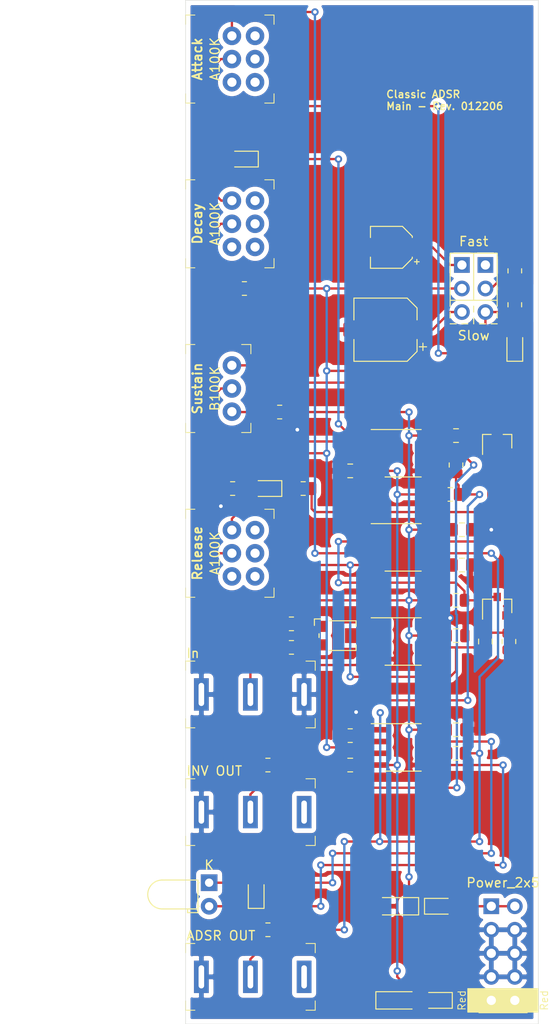
<source format=kicad_pcb>
(kicad_pcb (version 20171130) (host pcbnew "(5.1.10)-1")
  (layers (0 F.Cu signal) (31 B.Cu signal) (34 B.Paste user) (35 F.Paste user) (36 B.SilkS user) (37 F.SilkS user) (38 B.Mask user) (39 F.Mask user) (44 Edge.Cuts user))
  (net 0 "")
  (net 1 +12V)
  (net 2 GND)
  (net 3 -12V)
  (net 4 "Net-(C3-Pad2)")
  (net 5 "Net-(C3-Pad1)")
  (net 6 "Net-(C7-Pad2)")
  (net 7 "Net-(C8-Pad1)")
  (net 8 "Net-(C9-Pad1)")
  (net 9 "Net-(D1-Pad2)")
  (net 10 "Net-(D2-Pad1)")
  (net 11 "Net-(D3-Pad2)")
  (net 12 "Net-(D3-Pad1)")
  (net 13 "Net-(D4-Pad2)")
  (net 14 "Net-(D5-Pad2)")
  (net 15 "Net-(D5-Pad1)")
  (net 16 "Net-(D6-Pad2)")
  (net 17 "Net-(D6-Pad1)")
  (net 18 "Net-(J1-PadT)")
  (net 19 "Net-(J3-PadT)")
  (net 20 "Net-(J4-PadT)")
  (net 21 "Net-(JP1-Pad3)")
  (net 22 "Net-(JP1-Pad2)")
  (net 23 "Net-(P1-PadCW)")
  (net 24 "Net-(P1-PadW)")
  (net 25 "Net-(P1-PadCCW)")
  (net 26 "Net-(P2-PadCCW)")
  (net 27 "Net-(P3-PadW)")
  (net 28 "Net-(P4-PadW)")
  (net 29 "Net-(Q1-Pad3)")
  (net 30 "Net-(Q2-Pad2)")
  (net 31 "Net-(Q2-Pad1)")
  (net 32 "Net-(R1-Pad2)")
  (net 33 "Net-(R2-Pad1)")
  (net 34 "Net-(R11-Pad1)")
  (net 35 "Net-(R12-Pad1)")
  (net 36 "Net-(R15-Pad2)")
  (net 37 "Net-(T1-Pad2)")
  (module Connector_PinHeader_2.54mm:PinHeader_1x03_P2.54mm_Vertical (layer F.Cu) (at 32.385 32.385)
    (fp_text reference JP1 hide)
    (fp_text value SLOW/FAST hide)
    (pad 3 thru_hole oval (at 0 5.08) (size 1.7 1.7) (drill 1) (layers *.Cu *.Mask) (net 21 "Net-(JP1-Pad3)"))
    (pad 2 thru_hole oval (at 0 2.54) (size 1.7 1.7) (drill 1) (layers *.Cu *.Mask) (net 22 "Net-(JP1-Pad2)"))
    (pad 1 thru_hole rect (at 0 0) (size 1.7 1.7) (drill 1) (layers *.Cu *.Mask))
  )
  (module Connector_PinHeader_2.54mm:PinHeader_1x03_P2.54mm_Vertical (layer F.Cu) (at 29.845 32.385)
    (fp_text reference JP2 hide)
    (fp_text value SLOW/FAST hide)
    (pad 3 thru_hole oval (at 0 5.08) (size 1.7 1.7) (drill 1) (layers *.Cu *.Mask) (net 7 "Net-(C8-Pad1)"))
    (pad 2 thru_hole oval (at 0 2.54) (size 1.7 1.7) (drill 1) (layers *.Cu *.Mask) (net 15 "Net-(D5-Pad1)"))
    (pad 1 thru_hole rect (at 0 0) (size 1.7 1.7) (drill 1) (layers *.Cu *.Mask) (net 8 "Net-(C9-Pad1)"))
  )
  (module Capacitor_Tantalum_SMD:CP_EIA-3216-18_Kemet-A (layer F.Cu) (at 22.86 111.76)
    (fp_text reference C12 hide)
    (fp_text value 10µF hide)
    (pad 2 smd roundrect (at 1.35 0) (size 1.4 1.35) (layers F.Cu F.Paste F.Mask) (roundrect_rratio 0.1851844444444445) (net 3 -12V))
    (pad 1 smd roundrect (at -1.35 0) (size 1.4 1.35) (layers F.Cu F.Paste F.Mask) (roundrect_rratio 0.1851844444444445) (net 2 GND))
  )
  (module Capacitor_Tantalum_SMD:CP_EIA-3216-18_Kemet-A (layer F.Cu) (at 22.86 101.6 180)
    (fp_text reference C11 hide)
    (fp_text value 10µF hide)
    (pad 2 smd roundrect (at 1.35 0 180) (size 1.4 1.35) (layers F.Cu F.Paste F.Mask) (roundrect_rratio 0.1851844444444445) (net 2 GND))
    (pad 1 smd roundrect (at -1.35 0 180) (size 1.4 1.35) (layers F.Cu F.Paste F.Mask) (roundrect_rratio 0.1851844444444445) (net 1 +12V))
  )
  (module Potentiometer_SMD:Potentiometer_Bourns_TC33X_Vertical (layer F.Cu) (at 16.51 72.39)
    (fp_text reference T1 hide)
    (fp_text value 20k hide)
    (pad 2 smd rect (at 1.45 0) (size 1.5 1.6) (layers F.Cu F.Paste F.Mask) (net 37 "Net-(T1-Pad2)"))
    (pad 3 smd rect (at -1.8 1) (size 1.2 1.2) (layers F.Cu F.Paste F.Mask) (net 33 "Net-(R2-Pad1)"))
    (pad 1 smd rect (at -1.8 -1) (size 1.2 1.2) (layers F.Cu F.Paste F.Mask) (net 32 "Net-(R1-Pad2)"))
  )
  (module Package_SO:SOP-8_3.9x4.9mm_P1.27mm (layer F.Cu) (at 23.495 62.865)
    (fp_text reference U4 hide)
    (fp_text value ICM7555xB hide)
    (pad 8 smd roundrect (at 2.625 -1.905) (size 1.65 0.6) (layers F.Cu F.Paste F.Mask) (net 1 +12V))
    (pad 7 smd roundrect (at 2.625 -0.635) (size 1.65 0.6) (layers F.Cu F.Paste F.Mask) (net 30 "Net-(Q2-Pad2)"))
    (pad 6 smd roundrect (at 2.625 0.635) (size 1.65 0.6) (layers F.Cu F.Paste F.Mask) (net 35 "Net-(R12-Pad1)"))
    (pad 5 smd roundrect (at 2.625 1.905) (size 1.65 0.6) (layers F.Cu F.Paste F.Mask) (net 6 "Net-(C7-Pad2)"))
    (pad 4 smd roundrect (at -2.625 1.905) (size 1.65 0.6) (layers F.Cu F.Paste F.Mask) (net 4 "Net-(C3-Pad2)"))
    (pad 3 smd roundrect (at -2.625 0.635) (size 1.65 0.6) (layers F.Cu F.Paste F.Mask) (net 26 "Net-(P2-PadCCW)"))
    (pad 2 smd roundrect (at -2.625 -0.635) (size 1.65 0.6) (layers F.Cu F.Paste F.Mask) (net 29 "Net-(Q1-Pad3)"))
    (pad 1 smd roundrect (at -2.625 -1.905) (size 1.65 0.6) (layers F.Cu F.Paste F.Mask) (net 2 GND))
  )
  (module Package_SO:SOIC-8_3.9x4.9mm_P1.27mm (layer F.Cu) (at 23.495 84.455)
    (fp_text reference U3 hide)
    (fp_text value TL072 hide)
    (pad 8 smd roundrect (at 2.475 -1.905) (size 1.95 0.6) (layers F.Cu F.Paste F.Mask) (net 1 +12V))
    (pad 7 smd roundrect (at 2.475 -0.635) (size 1.95 0.6) (layers F.Cu F.Paste F.Mask) (net 16 "Net-(D6-Pad2)"))
    (pad 6 smd roundrect (at 2.475 0.635) (size 1.95 0.6) (layers F.Cu F.Paste F.Mask) (net 17 "Net-(D6-Pad1)"))
    (pad 5 smd roundrect (at 2.475 1.905) (size 1.95 0.6) (layers F.Cu F.Paste F.Mask) (net 2 GND))
    (pad 4 smd roundrect (at -2.475 1.905) (size 1.95 0.6) (layers F.Cu F.Paste F.Mask) (net 3 -12V))
    (pad 3 smd roundrect (at -2.475 0.635) (size 1.95 0.6) (layers F.Cu F.Paste F.Mask) (net 15 "Net-(D5-Pad1)"))
    (pad 2 smd roundrect (at -2.475 -0.635) (size 1.95 0.6) (layers F.Cu F.Paste F.Mask) (net 35 "Net-(R12-Pad1)"))
    (pad 1 smd roundrect (at -2.475 -1.905) (size 1.95 0.6) (layers F.Cu F.Paste F.Mask) (net 35 "Net-(R12-Pad1)"))
  )
  (module Package_SO:SOIC-8_3.9x4.9mm_P1.27mm (layer F.Cu) (at 23.495 52.705)
    (fp_text reference U2 hide)
    (fp_text value TL072 hide)
    (pad 8 smd roundrect (at 2.475 -1.905) (size 1.95 0.6) (layers F.Cu F.Paste F.Mask) (net 1 +12V))
    (pad 7 smd roundrect (at 2.475 -0.635) (size 1.95 0.6) (layers F.Cu F.Paste F.Mask) (net 36 "Net-(R15-Pad2)"))
    (pad 6 smd roundrect (at 2.475 0.635) (size 1.95 0.6) (layers F.Cu F.Paste F.Mask) (net 34 "Net-(R11-Pad1)"))
    (pad 5 smd roundrect (at 2.475 1.905) (size 1.95 0.6) (layers F.Cu F.Paste F.Mask) (net 2 GND))
    (pad 4 smd roundrect (at -2.475 1.905) (size 1.95 0.6) (layers F.Cu F.Paste F.Mask) (net 3 -12V))
    (pad 3 smd roundrect (at -2.475 0.635) (size 1.95 0.6) (layers F.Cu F.Paste F.Mask) (net 24 "Net-(P1-PadW)"))
    (pad 2 smd roundrect (at -2.475 -0.635) (size 1.95 0.6) (layers F.Cu F.Paste F.Mask) (net 12 "Net-(D3-Pad1)"))
    (pad 1 smd roundrect (at -2.475 -1.905) (size 1.95 0.6) (layers F.Cu F.Paste F.Mask) (net 12 "Net-(D3-Pad1)"))
  )
  (module Package_SO:SOIC-8_3.9x4.9mm_P1.27mm (layer F.Cu) (at 23.495 73.025)
    (fp_text reference U1 hide)
    (fp_text value OP07 hide)
    (pad 8 smd roundrect (at 2.475 -1.905) (size 1.95 0.6) (layers F.Cu F.Paste F.Mask))
    (pad 7 smd roundrect (at 2.475 -0.635) (size 1.95 0.6) (layers F.Cu F.Paste F.Mask) (net 1 +12V))
    (pad 6 smd roundrect (at 2.475 0.635) (size 1.95 0.6) (layers F.Cu F.Paste F.Mask) (net 4 "Net-(C3-Pad2)"))
    (pad 5 smd roundrect (at 2.475 1.905) (size 1.95 0.6) (layers F.Cu F.Paste F.Mask))
    (pad 4 smd roundrect (at -2.475 1.905) (size 1.95 0.6) (layers F.Cu F.Paste F.Mask) (net 2 GND))
    (pad 3 smd roundrect (at -2.475 0.635) (size 1.95 0.6) (layers F.Cu F.Paste F.Mask) (net 18 "Net-(J1-PadT)"))
    (pad 2 smd roundrect (at -2.475 -0.635) (size 1.95 0.6) (layers F.Cu F.Paste F.Mask) (net 37 "Net-(T1-Pad2)"))
    (pad 1 smd roundrect (at -2.475 -1.905) (size 1.95 0.6) (layers F.Cu F.Paste F.Mask))
  )
  (module Resistor_SMD:R_0805_2012Metric (layer F.Cu) (at 8.89 86.36)
    (fp_text reference R16 hide)
    (fp_text value 1k hide)
    (pad 2 smd roundrect (at 0.9125 0) (size 1.025 1.4) (layers F.Cu F.Paste F.Mask) (roundrect_rratio 0.2439014634146341) (net 36 "Net-(R15-Pad2)"))
    (pad 1 smd roundrect (at -0.9125 0) (size 1.025 1.4) (layers F.Cu F.Paste F.Mask) (roundrect_rratio 0.2439014634146341) (net 20 "Net-(J4-PadT)"))
  )
  (module Resistor_SMD:R_0805_2012Metric (layer F.Cu) (at 29.21 53.975 90)
    (fp_text reference R15 hide)
    (fp_text value 100k hide)
    (pad 2 smd roundrect (at 0.9125 0 90) (size 1.025 1.4) (layers F.Cu F.Paste F.Mask) (roundrect_rratio 0.2439014634146341) (net 36 "Net-(R15-Pad2)"))
    (pad 1 smd roundrect (at -0.9125 0 90) (size 1.025 1.4) (layers F.Cu F.Paste F.Mask) (roundrect_rratio 0.2439014634146341) (net 34 "Net-(R11-Pad1)"))
  )
  (module Resistor_SMD:R_0805_2012Metric (layer F.Cu) (at 29.21 85.09)
    (fp_text reference R14 hide)
    (fp_text value 2.4k hide)
    (pad 2 smd roundrect (at 0.9125 0) (size 1.025 1.4) (layers F.Cu F.Paste F.Mask) (roundrect_rratio 0.2439014634146341) (net 35 "Net-(R12-Pad1)"))
    (pad 1 smd roundrect (at -0.9125 0) (size 1.025 1.4) (layers F.Cu F.Paste F.Mask) (roundrect_rratio 0.2439014634146341) (net 17 "Net-(D6-Pad1)"))
  )
  (module Resistor_SMD:R_0805_2012Metric (layer F.Cu) (at 8.89 104.14)
    (fp_text reference R13 hide)
    (fp_text value 1k hide)
    (pad 2 smd roundrect (at 0.9125 0) (size 1.025 1.4) (layers F.Cu F.Paste F.Mask) (roundrect_rratio 0.2439014634146341) (net 35 "Net-(R12-Pad1)"))
    (pad 1 smd roundrect (at -0.9125 0) (size 1.025 1.4) (layers F.Cu F.Paste F.Mask) (roundrect_rratio 0.2439014634146341) (net 19 "Net-(J3-PadT)"))
  )
  (module Resistor_SMD:R_0805_2012Metric (layer F.Cu) (at 17.78 83.185 180)
    (fp_text reference R12 hide)
    (fp_text value 100k hide)
    (pad 2 smd roundrect (at 0.9125 0 180) (size 1.025 1.4) (layers F.Cu F.Paste F.Mask) (roundrect_rratio 0.2439014634146341) (net 34 "Net-(R11-Pad1)"))
    (pad 1 smd roundrect (at -0.9125 0 180) (size 1.025 1.4) (layers F.Cu F.Paste F.Mask) (roundrect_rratio 0.2439014634146341) (net 35 "Net-(R12-Pad1)"))
  )
  (module Resistor_SMD:R_0805_2012Metric (layer F.Cu) (at 28.575 57.15 180)
    (fp_text reference R11 hide)
    (fp_text value 120k hide)
    (pad 2 smd roundrect (at 0.9125 0 180) (size 1.025 1.4) (layers F.Cu F.Paste F.Mask) (roundrect_rratio 0.2439014634146341) (net 3 -12V))
    (pad 1 smd roundrect (at -0.9125 0 180) (size 1.025 1.4) (layers F.Cu F.Paste F.Mask) (roundrect_rratio 0.2439014634146341) (net 34 "Net-(R11-Pad1)"))
  )
  (module Resistor_SMD:R_0805_2012Metric (layer F.Cu) (at 5.08 56.515 180)
    (fp_text reference R10 hide)
    (fp_text value 100 hide)
    (pad 2 smd roundrect (at 0.9125 0 180) (size 1.025 1.4) (layers F.Cu F.Paste F.Mask) (roundrect_rratio 0.2439014634146341) (net 28 "Net-(P4-PadW)"))
    (pad 1 smd roundrect (at -0.9125 0 180) (size 1.025 1.4) (layers F.Cu F.Paste F.Mask) (roundrect_rratio 0.2439014634146341) (net 15 "Net-(D5-Pad1)"))
  )
  (module Resistor_SMD:R_0805_2012Metric (layer F.Cu) (at 35.56 33.02 90)
    (fp_text reference R9 hide)
    (fp_text value 120 hide)
    (pad 2 smd roundrect (at 0.9125 0 90) (size 1.025 1.4) (layers F.Cu F.Paste F.Mask) (roundrect_rratio 0.2439014634146341) (net 22 "Net-(JP1-Pad2)"))
    (pad 1 smd roundrect (at -0.9125 0 90) (size 1.025 1.4) (layers F.Cu F.Paste F.Mask) (roundrect_rratio 0.2439014634146341) (net 14 "Net-(D5-Pad2)"))
  )
  (module Resistor_SMD:R_0805_2012Metric (layer F.Cu) (at 35.56 36.68 270)
    (fp_text reference R8 hide)
    (fp_text value 680 hide)
    (pad 2 smd roundrect (at 0.9125 0 270) (size 1.025 1.4) (layers F.Cu F.Paste F.Mask) (roundrect_rratio 0.2439014634146341) (net 21 "Net-(JP1-Pad3)"))
    (pad 1 smd roundrect (at -0.9125 0 270) (size 1.025 1.4) (layers F.Cu F.Paste F.Mask) (roundrect_rratio 0.2439014634146341) (net 14 "Net-(D5-Pad2)"))
  )
  (module Resistor_SMD:R_0805_2012Metric (layer F.Cu) (at 6.35 34.925 180)
    (fp_text reference R7 hide)
    (fp_text value 100 hide)
    (pad 2 smd roundrect (at 0.9125 0 180) (size 1.025 1.4) (layers F.Cu F.Paste F.Mask) (roundrect_rratio 0.2439014634146341) (net 27 "Net-(P3-PadW)"))
    (pad 1 smd roundrect (at -0.9125 0 180) (size 1.025 1.4) (layers F.Cu F.Paste F.Mask) (roundrect_rratio 0.2439014634146341) (net 15 "Net-(D5-Pad1)"))
  )
  (module Resistor_SMD:R_0805_2012Metric (layer F.Cu) (at 10.16 48.26 180)
    (fp_text reference R6 hide)
    (fp_text value 4.7k hide)
    (pad 2 smd roundrect (at 0.9125 0 180) (size 1.025 1.4) (layers F.Cu F.Paste F.Mask) (roundrect_rratio 0.2439014634146341) (net 23 "Net-(P1-PadCW)"))
    (pad 1 smd roundrect (at -0.9125 0 180) (size 1.025 1.4) (layers F.Cu F.Paste F.Mask) (roundrect_rratio 0.2439014634146341) (net 1 +12V))
  )
  (module Resistor_SMD:R_0805_2012Metric (layer F.Cu) (at 12.7 56.515 180)
    (fp_text reference R5 hide)
    (fp_text value 1M hide)
    (pad 2 smd roundrect (at 0.9125 0 180) (size 1.025 1.4) (layers F.Cu F.Paste F.Mask) (roundrect_rratio 0.2439014634146341) (net 4 "Net-(C3-Pad2)"))
    (pad 1 smd roundrect (at -0.9125 0 180) (size 1.025 1.4) (layers F.Cu F.Paste F.Mask) (roundrect_rratio 0.2439014634146341) (net 31 "Net-(Q2-Pad1)"))
  )
  (module Resistor_SMD:R_0805_2012Metric (layer F.Cu) (at 29.21 68.58)
    (fp_text reference R4 hide)
    (fp_text value 22k hide)
    (pad 2 smd roundrect (at 0.9125 0) (size 1.025 1.4) (layers F.Cu F.Paste F.Mask) (roundrect_rratio 0.2439014634146341) (net 29 "Net-(Q1-Pad3)"))
    (pad 1 smd roundrect (at -0.9125 0) (size 1.025 1.4) (layers F.Cu F.Paste F.Mask) (roundrect_rratio 0.2439014634146341) (net 1 +12V))
  )
  (module Resistor_SMD:R_0805_2012Metric (layer F.Cu) (at 34.925 73.025 270)
    (fp_text reference R3 hide)
    (fp_text value 22k hide)
    (pad 2 smd roundrect (at 0.9125 0 270) (size 1.025 1.4) (layers F.Cu F.Paste F.Mask) (roundrect_rratio 0.2439014634146341) (net 2 GND))
    (pad 1 smd roundrect (at -0.9125 0 270) (size 1.025 1.4) (layers F.Cu F.Paste F.Mask) (roundrect_rratio 0.2439014634146341) (net 5 "Net-(C3-Pad1)"))
  )
  (module Resistor_SMD:R_0805_2012Metric (layer F.Cu) (at 11.43 73.66 180)
    (fp_text reference R2 hide)
    (fp_text value 10k hide)
    (pad 2 smd roundrect (at 0.9125 0 180) (size 1.025 1.4) (layers F.Cu F.Paste F.Mask) (roundrect_rratio 0.2439014634146341) (net 2 GND))
    (pad 1 smd roundrect (at -0.9125 0 180) (size 1.025 1.4) (layers F.Cu F.Paste F.Mask) (roundrect_rratio 0.2439014634146341) (net 33 "Net-(R2-Pad1)"))
  )
  (module Resistor_SMD:R_0805_2012Metric (layer F.Cu) (at 11.43 71.12)
    (fp_text reference R1 hide)
    (fp_text value 27k hide)
    (pad 2 smd roundrect (at 0.9125 0) (size 1.025 1.4) (layers F.Cu F.Paste F.Mask) (roundrect_rratio 0.2439014634146341) (net 32 "Net-(R1-Pad2)"))
    (pad 1 smd roundrect (at -0.9125 0) (size 1.025 1.4) (layers F.Cu F.Paste F.Mask) (roundrect_rratio 0.2439014634146341) (net 1 +12V))
  )
  (module Package_TO_SOT_SMD:SOT-23 (layer F.Cu) (at 33.655 51.435 90)
    (fp_text reference Q2 hide)
    (fp_text value 2N7002 hide)
    (pad 3 smd rect (at 1 0 90) (size 0.9 0.8) (layers F.Cu F.Paste F.Mask) (net 25 "Net-(P1-PadCCW)"))
    (pad 2 smd rect (at -1 0.95 90) (size 0.9 0.8) (layers F.Cu F.Paste F.Mask) (net 30 "Net-(Q2-Pad2)"))
    (pad 1 smd rect (at -1 -0.95 90) (size 0.9 0.8) (layers F.Cu F.Paste F.Mask) (net 31 "Net-(Q2-Pad1)"))
  )
  (module Package_TO_SOT_SMD:SOT-23 (layer F.Cu) (at 33.655 69.215 90)
    (fp_text reference Q1 hide)
    (fp_text value MMBT3904 hide)
    (pad 3 smd rect (at 1 0 90) (size 0.9 0.8) (layers F.Cu F.Paste F.Mask) (net 29 "Net-(Q1-Pad3)"))
    (pad 2 smd rect (at -1 0.95 90) (size 0.9 0.8) (layers F.Cu F.Paste F.Mask) (net 2 GND))
    (pad 1 smd rect (at -1 -0.95 90) (size 0.9 0.8) (layers F.Cu F.Paste F.Mask) (net 5 "Net-(C3-Pad1)"))
  )
  (module Potentiometer_THT_Additional:Potentiometer_AlpsAlpine_RK09712200_Solo (layer F.Cu) (at 0 63.5 270)
    (fp_text reference P4 hide)
    (fp_text value A100K (at 0 -3.175 90) (layer F.SilkS))
    (pad "" thru_hole circle (at 0 -7.5 270) (size 2 2) (drill 1) (layers *.Cu *.Mask))
    (pad "" thru_hole circle (at -2.5 -7.5 270) (size 2 2) (drill 1) (layers *.Cu *.Mask))
    (pad "" thru_hole circle (at 2.5 -7.5 270) (size 2 2) (drill 1) (layers *.Cu *.Mask))
    (pad CW thru_hole circle (at 2.5 -5 270) (size 2 2) (drill 1) (layers *.Cu *.Mask))
    (pad W thru_hole circle (at 0 -5 270) (size 2 2) (drill 1) (layers *.Cu *.Mask) (net 28 "Net-(P4-PadW)"))
    (pad CCW thru_hole circle (at -2.5 -5 270) (size 2 2) (drill 1) (layers *.Cu *.Mask) (net 13 "Net-(D4-Pad2)"))
  )
  (module Potentiometer_THT_Additional:Potentiometer_AlpsAlpine_RK09712200_Solo (layer F.Cu) (at 0 27.94 270)
    (fp_text reference P3 hide)
    (fp_text value A100K (at 0 -3.175 90) (layer F.SilkS))
    (pad "" thru_hole circle (at 0 -7.5 270) (size 2 2) (drill 1) (layers *.Cu *.Mask))
    (pad "" thru_hole circle (at -2.5 -7.5 270) (size 2 2) (drill 1) (layers *.Cu *.Mask))
    (pad "" thru_hole circle (at 2.5 -7.5 270) (size 2 2) (drill 1) (layers *.Cu *.Mask))
    (pad CW thru_hole circle (at 2.5 -5 270) (size 2 2) (drill 1) (layers *.Cu *.Mask))
    (pad W thru_hole circle (at 0 -5 270) (size 2 2) (drill 1) (layers *.Cu *.Mask) (net 27 "Net-(P3-PadW)"))
    (pad CCW thru_hole circle (at -2.5 -5 270) (size 2 2) (drill 1) (layers *.Cu *.Mask) (net 11 "Net-(D3-Pad2)"))
  )
  (module Potentiometer_THT_Additional:Potentiometer_AlpsAlpine_RK09712200_Solo (layer F.Cu) (at 0 10.16 270)
    (fp_text reference P2 hide)
    (fp_text value A100K (at 0 -3.175 90) (layer F.SilkS))
    (pad "" thru_hole circle (at 0 -7.5 270) (size 2 2) (drill 1) (layers *.Cu *.Mask))
    (pad "" thru_hole circle (at -2.5 -7.5 270) (size 2 2) (drill 1) (layers *.Cu *.Mask))
    (pad "" thru_hole circle (at 2.5 -7.5 270) (size 2 2) (drill 1) (layers *.Cu *.Mask))
    (pad CW thru_hole circle (at 2.5 -5 270) (size 2 2) (drill 1) (layers *.Cu *.Mask))
    (pad W thru_hole circle (at 0 -5 270) (size 2 2) (drill 1) (layers *.Cu *.Mask) (net 21 "Net-(JP1-Pad3)"))
    (pad CCW thru_hole circle (at -2.5 -5 270) (size 2 2) (drill 1) (layers *.Cu *.Mask) (net 26 "Net-(P2-PadCCW)"))
  )
  (module Potentiometer_THT_Additional:Potentiometer_AlpsAlpine_RK0971110 (layer F.Cu) (at 0 45.72 270)
    (fp_text reference P1 hide)
    (fp_text value B100K (at 0 -3.175 90) (layer F.SilkS))
    (pad CW thru_hole circle (at 2.5 -5 270) (size 2 2) (drill 1) (layers *.Cu *.Mask) (net 23 "Net-(P1-PadCW)"))
    (pad W thru_hole circle (at 0 -5 270) (size 2 2) (drill 1) (layers *.Cu *.Mask) (net 24 "Net-(P1-PadW)"))
    (pad CCW thru_hole circle (at -2.5 -5 270) (size 2 2) (drill 1) (layers *.Cu *.Mask) (net 25 "Net-(P1-PadCCW)"))
  )
  (module Connector_Audio_QingPu:Jack_3.5mm_QingPu_WQP-PJ323M (layer F.Cu) (at 0 91.44)
    (fp_text reference J4 hide)
    (fp_text value "INV OUT" (at 0 -4.445) (layer F.SilkS) (effects (justify left)))
    (pad TN thru_hole rect (at 12.8 0) (size 1.6 3.5) (drill oval 0.6 2.5) (layers *.Cu *.Mask))
    (pad T thru_hole rect (at 7 0) (size 1.6 3.5) (drill oval 0.6 2.5) (layers *.Cu *.Mask) (net 20 "Net-(J4-PadT)"))
    (pad S thru_hole rect (at 1.7 0) (size 1.6 3.5) (drill oval 0.6 2.5) (layers *.Cu *.Mask) (net 2 GND))
  )
  (module Connector_Audio_QingPu:Jack_3.5mm_QingPu_WQP-PJ323M (layer F.Cu) (at 0 109.22)
    (fp_text reference J3 hide)
    (fp_text value "ADSR OUT" (at 0 -4.445) (layer F.SilkS) (effects (justify left)))
    (pad TN thru_hole rect (at 12.8 0) (size 1.6 3.5) (drill oval 0.6 2.5) (layers *.Cu *.Mask))
    (pad T thru_hole rect (at 7 0) (size 1.6 3.5) (drill oval 0.6 2.5) (layers *.Cu *.Mask) (net 19 "Net-(J3-PadT)"))
    (pad S thru_hole rect (at 1.7 0) (size 1.6 3.5) (drill oval 0.6 2.5) (layers *.Cu *.Mask) (net 2 GND))
  )
  (module CATs_Eurosynth_Specials:Power_2x5_Vertical (layer F.Cu) (at 33.02 101.6)
    (fp_text reference J2 hide)
    (fp_text value Power_2x5 (at 1.27 -2.54) (layer F.SilkS))
    (fp_text user Red (at -3.175 10.16 90) (layer F.SilkS) (effects (font (size 0.8 0.8) (thickness 0.1))))
    (fp_text user Red (at 5.715 10.16 90) (layer F.SilkS) (effects (font (size 0.8 0.8) (thickness 0.1))))
    (pad -12V thru_hole oval (at 2.54 10.16) (size 1.7 1.7) (drill 1) (layers *.Cu *.Mask) (net 10 "Net-(D2-Pad1)"))
    (pad -12V thru_hole oval (at 0 10.16) (size 1.7 1.7) (drill 1) (layers *.Cu *.Mask) (net 10 "Net-(D2-Pad1)"))
    (pad GND thru_hole oval (at 2.54 7.62) (size 1.7 1.7) (drill 1) (layers *.Cu *.Mask) (net 2 GND))
    (pad GND thru_hole oval (at 0 7.62) (size 1.7 1.7) (drill 1) (layers *.Cu *.Mask) (net 2 GND))
    (pad GND thru_hole oval (at 2.54 5.08) (size 1.7 1.7) (drill 1) (layers *.Cu *.Mask) (net 2 GND))
    (pad GND thru_hole oval (at 0 5.08) (size 1.7 1.7) (drill 1) (layers *.Cu *.Mask) (net 2 GND))
    (pad GND thru_hole oval (at 2.54 2.54) (size 1.7 1.7) (drill 1) (layers *.Cu *.Mask) (net 2 GND))
    (pad GND thru_hole oval (at 0 2.54) (size 1.7 1.7) (drill 1) (layers *.Cu *.Mask) (net 2 GND))
    (pad +12V thru_hole oval (at 2.54 0) (size 1.7 1.7) (drill 1) (layers *.Cu *.Mask) (net 9 "Net-(D1-Pad2)"))
    (pad +12V thru_hole rect (at 0 0) (size 1.7 1.7) (drill 1) (layers *.Cu *.Mask) (net 9 "Net-(D1-Pad2)"))
  )
  (module Connector_Audio_QingPu:Jack_3.5mm_QingPu_WQP-PJ323M (layer F.Cu) (at 0 78.74)
    (fp_text reference J1 hide)
    (fp_text value In (at 0 -4.445) (layer F.SilkS) (effects (justify left)))
    (pad TN thru_hole rect (at 12.8 0) (size 1.6 3.5) (drill oval 0.6 2.5) (layers *.Cu *.Mask) (net 2 GND))
    (pad T thru_hole rect (at 7 0) (size 1.6 3.5) (drill oval 0.6 2.5) (layers *.Cu *.Mask) (net 18 "Net-(J1-PadT)"))
    (pad S thru_hole rect (at 1.7 0) (size 1.6 3.5) (drill oval 0.6 2.5) (layers *.Cu *.Mask) (net 2 GND))
  )
  (module LED_THT:LED_D3.0mm_Horizontal_O1.27mm_Z6.0mm (layer F.Cu) (at 2.54 99.06 270)
    (fp_text reference D7 hide)
    (fp_text value LED hide)
    (pad 2 thru_hole circle (at 2.54 0 270) (size 1.8 1.8) (drill 0.9) (layers *.Cu *.Mask) (net 17 "Net-(D6-Pad1)"))
    (pad 1 thru_hole rect (at 0 0 270) (size 1.8 1.8) (drill 0.9) (layers *.Cu *.Mask) (net 16 "Net-(D6-Pad2)"))
  )
  (module Diode_SMD:D_SOD-323F (layer F.Cu) (at 7.62 100.33 90)
    (fp_text reference D6 hide)
    (fp_text value 1N4148WS hide)
    (pad 2 smd rect (at 1.1 0 90) (size 0.5 0.5) (layers F.Cu F.Paste F.Mask) (net 16 "Net-(D6-Pad2)"))
    (pad 1 smd rect (at -1.1 0 90) (size 0.5 0.5) (layers F.Cu F.Paste F.Mask) (net 17 "Net-(D6-Pad1)"))
  )
  (module Diode_SMD:D_SOD-323F (layer F.Cu) (at 35.56 41.275 90)
    (fp_text reference D5 hide)
    (fp_text value 1N4148WS hide)
    (pad 2 smd rect (at 1.1 0 90) (size 0.5 0.5) (layers F.Cu F.Paste F.Mask) (net 14 "Net-(D5-Pad2)"))
    (pad 1 smd rect (at -1.1 0 90) (size 0.5 0.5) (layers F.Cu F.Paste F.Mask) (net 15 "Net-(D5-Pad1)"))
  )
  (module Diode_SMD:D_SOD-323F (layer F.Cu) (at 8.89 56.515 180)
    (fp_text reference D4 hide)
    (fp_text value 1N4148WS hide)
    (pad 2 smd rect (at 1.1 0 180) (size 0.5 0.5) (layers F.Cu F.Paste F.Mask) (net 13 "Net-(D4-Pad2)"))
    (pad 1 smd rect (at -1.1 0 180) (size 0.5 0.5) (layers F.Cu F.Paste F.Mask) (net 4 "Net-(C3-Pad2)"))
  )
  (module Diode_SMD:D_SOD-323F (layer F.Cu) (at 6.35 20.955 180)
    (fp_text reference D3 hide)
    (fp_text value 1N4148WS hide)
    (pad 2 smd rect (at 1.1 0 180) (size 0.5 0.5) (layers F.Cu F.Paste F.Mask) (net 11 "Net-(D3-Pad2)"))
    (pad 1 smd rect (at -1.1 0 180) (size 0.5 0.5) (layers F.Cu F.Paste F.Mask) (net 12 "Net-(D3-Pad1)"))
  )
  (module Diode_SMD:D_SOD-323 (layer F.Cu) (at 27.305 111.76 180)
    (fp_text reference D2 hide)
    (fp_text value 1N5819WS hide)
    (pad 2 smd rect (at 1.05 0 180) (size 0.6 0.45) (layers F.Cu F.Paste F.Mask) (net 3 -12V))
    (pad 1 smd rect (at -1.05 0 180) (size 0.6 0.45) (layers F.Cu F.Paste F.Mask) (net 10 "Net-(D2-Pad1)"))
  )
  (module Diode_SMD:D_SOD-323 (layer F.Cu) (at 27.305 101.6)
    (fp_text reference D1 hide)
    (fp_text value 1N5819WS hide)
    (pad 2 smd rect (at 1.05 0) (size 0.6 0.45) (layers F.Cu F.Paste F.Mask) (net 9 "Net-(D1-Pad2)"))
    (pad 1 smd rect (at -1.05 0) (size 0.6 0.45) (layers F.Cu F.Paste F.Mask) (net 1 +12V))
  )
  (module Capacitor_SMD:C_0805_2012Metric (layer F.Cu) (at 29.845 60.96 180)
    (fp_text reference C10 hide)
    (fp_text value 100n hide)
    (pad 2 smd roundrect (at 0.95 0 180) (size 1 1.45) (layers F.Cu F.Paste F.Mask) (net 1 +12V))
    (pad 1 smd roundrect (at -0.95 0 180) (size 1 1.45) (layers F.Cu F.Paste F.Mask) (net 2 GND))
  )
  (module Capacitor_SMD:CP_Elec_4x5.4 (layer F.Cu) (at 22.225 30.48 180)
    (fp_text reference C9 hide)
    (fp_text value 10µ hide)
    (pad 2 smd roundrect (at 1.8 0 180) (size 2.6 1.6) (layers F.Cu F.Paste F.Mask) (roundrect_rratio 0.15625) (net 2 GND))
    (pad 1 smd roundrect (at -1.8 0 180) (size 2.6 1.6) (layers F.Cu F.Paste F.Mask) (roundrect_rratio 0.15625) (net 8 "Net-(C9-Pad1)"))
  )
  (module Capacitor_SMD:CP_Elec_6.3x5.4 (layer F.Cu) (at 21.59 39.37 180)
    (fp_text reference C8 hide)
    (fp_text value 100µ hide)
    (pad 2 smd roundrect (at 2.8 0 180) (size 3.5 1.6) (layers F.Cu F.Paste F.Mask) (roundrect_rratio 0.15625) (net 2 GND))
    (pad 1 smd roundrect (at -2.8 0 180) (size 3.5 1.6) (layers F.Cu F.Paste F.Mask) (roundrect_rratio 0.15625) (net 7 "Net-(C8-Pad1)"))
  )
  (module Capacitor_SMD:C_0805_2012Metric (layer F.Cu) (at 29.845 64.77 180)
    (fp_text reference C7 hide)
    (fp_text value 10n hide)
    (pad 2 smd roundrect (at 0.95 0 180) (size 1 1.45) (layers F.Cu F.Paste F.Mask) (net 6 "Net-(C7-Pad2)"))
    (pad 1 smd roundrect (at -0.95 0 180) (size 1 1.45) (layers F.Cu F.Paste F.Mask) (net 2 GND))
  )
  (module Capacitor_SMD:C_0805_2012Metric (layer F.Cu) (at 29.21 72.39 180)
    (fp_text reference C6 hide)
    (fp_text value 100n hide)
    (pad 2 smd roundrect (at 0.95 0 180) (size 1 1.45) (layers F.Cu F.Paste F.Mask) (net 1 +12V))
    (pad 1 smd roundrect (at -0.95 0 180) (size 1 1.45) (layers F.Cu F.Paste F.Mask) (net 2 GND))
  )
  (module Capacitor_SMD:C_0805_2012Metric (layer F.Cu) (at 17.78 86.36 180)
    (fp_text reference C5 hide)
    (fp_text value 100n hide)
    (pad 2 smd roundrect (at 0.95 0 180) (size 1 1.45) (layers F.Cu F.Paste F.Mask) (net 2 GND))
    (pad 1 smd roundrect (at -0.95 0 180) (size 1 1.45) (layers F.Cu F.Paste F.Mask) (net 3 -12V))
  )
  (module Capacitor_SMD:C_0805_2012Metric (layer F.Cu) (at 29.21 82.55 180)
    (fp_text reference C4 hide)
    (fp_text value 100n hide)
    (pad 2 smd roundrect (at 0.95 0 180) (size 1 1.45) (layers F.Cu F.Paste F.Mask) (net 1 +12V))
    (pad 1 smd roundrect (at -0.95 0 180) (size 1 1.45) (layers F.Cu F.Paste F.Mask) (net 2 GND))
  )
  (module Capacitor_SMD:C_0805_2012Metric (layer F.Cu) (at 32.385 73.025 270)
    (fp_text reference C3 hide)
    (fp_text value 10n hide)
    (pad 2 smd roundrect (at 0.95 0 270) (size 1 1.45) (layers F.Cu F.Paste F.Mask) (net 4 "Net-(C3-Pad2)"))
    (pad 1 smd roundrect (at -0.95 0 270) (size 1 1.45) (layers F.Cu F.Paste F.Mask) (net 5 "Net-(C3-Pad1)"))
  )
  (module Capacitor_SMD:C_0805_2012Metric (layer F.Cu) (at 17.78 54.61 180)
    (fp_text reference C2 hide)
    (fp_text value 100n hide)
    (pad 2 smd roundrect (at 0.95 0 180) (size 1 1.45) (layers F.Cu F.Paste F.Mask) (net 2 GND))
    (pad 1 smd roundrect (at -0.95 0 180) (size 1 1.45) (layers F.Cu F.Paste F.Mask) (net 3 -12V))
  )
  (module Capacitor_SMD:C_0805_2012Metric (layer F.Cu) (at 29.21 50.8 180)
    (fp_text reference C1 hide)
    (fp_text value 100n hide)
    (pad 2 smd roundrect (at 0.95 0 180) (size 1 1.45) (layers F.Cu F.Paste F.Mask) (net 1 +12V))
    (pad 1 smd roundrect (at -0.95 0 180) (size 1 1.45) (layers F.Cu F.Paste F.Mask) (net 2 GND))
  )
  (gr_text "Classic ADSR\nMain - Rev. 012206" (at 21.59 14.605) (layer F.SilkS) (effects (font (size 0.8 0.8)) (justify left)))
  (gr_text Slow (at 31.115 40.005) (layer F.SilkS) (effects (font (size 1 1))))
  (gr_text Fast (at 31.115 29.845) (layer F.SilkS) (effects (font (size 1 1))))
  (gr_line (start 33.655 36.195) (end 33.655 36.83) (layer F.SilkS) (width 0.12))
  (gr_line (start 33.655 38.1) (end 33.655 37.465) (layer F.SilkS) (width 0.12))
  (gr_line (start 33.02 38.735) (end 33.655 38.735) (layer F.SilkS) (width 0.12))
  (gr_line (start 31.75 38.735) (end 32.385 38.735) (layer F.SilkS) (width 0.12))
  (gr_line (start 31.115 37.465) (end 31.115 36.83) (layer F.SilkS) (width 0.12))
  (gr_line (start 31.115 38.1) (end 31.115 38.735) (layer F.SilkS) (width 0.12))
  (gr_line (start 29.845 38.735) (end 30.48 38.735) (layer F.SilkS) (width 0.12))
  (gr_line (start 28.575 38.735) (end 29.21 38.735) (layer F.SilkS) (width 0.12))
  (gr_line (start 28.575 37.465) (end 28.575 38.1) (layer F.SilkS) (width 0.12))
  (gr_line (start 28.575 36.195) (end 28.575 36.83) (layer F.SilkS) (width 0.12))
  (gr_line (start 28.575 36.195) (end 28.575 31.115) (layer F.SilkS) (width 0.12))
  (gr_line (start 31.115 36.195) (end 28.575 36.195) (layer F.SilkS) (width 0.12))
  (gr_line (start 31.115 36.195) (end 31.115 31.115) (layer F.SilkS) (width 0.12))
  (gr_line (start 33.655 36.195) (end 31.115 36.195) (layer F.SilkS) (width 0.12))
  (gr_line (start 33.655 31.115) (end 33.655 36.195) (layer F.SilkS) (width 0.12))
  (gr_line (start 28.575 31.115) (end 33.655 31.115) (layer F.SilkS) (width 0.12))
  (gr_text K (at 2.54 97.155) (layer F.SilkS) (effects (font (size 1 1))))
  (gr_text Release (at 1.27 63.5 90) (layer F.SilkS) (effects (font (size 1 1) (thickness 0.2))))
  (gr_text Sustain (at 1.27 45.72 90) (layer F.SilkS) (effects (font (size 1 1) (thickness 0.2))))
  (gr_text Decay (at 1.27 27.94 90) (layer F.SilkS) (effects (font (size 1 1) (thickness 0.2))))
  (gr_text Attack (at 1.27 10.16 90) (layer F.SilkS) (effects (font (size 1 1) (thickness 0.2))))
  (gr_line (start 0 114.3) (end 0 3.81) (layer Edge.Cuts) (width 0.05))
  (gr_line (start 38.1 114.3) (end 0 114.3) (layer Edge.Cuts) (width 0.05))
  (gr_line (start 38.1 3.81) (end 38.1 114.3) (layer Edge.Cuts) (width 0.05))
  (gr_line (start 0 3.81) (end 38.1 3.81) (layer Edge.Cuts) (width 0.05))
  (via (at 24.13 60.96) (size 0.8) (drill 0.4) (layers F.Cu B.Cu) (net 1))
  (segment (start 24.13 68.58) (end 24.13 60.96) (width 0.25) (layer B.Cu) (net 1))
  (via (at 24.13 68.58) (size 0.8) (drill 0.4) (layers F.Cu B.Cu) (net 1))
  (segment (start 24.13 72.39) (end 24.13 68.58) (width 0.25) (layer B.Cu) (net 1))
  (via (at 24.13 72.39) (size 0.8) (drill 0.4) (layers F.Cu B.Cu) (net 1))
  (segment (start 24.13 60.96) (end 26.12 60.96) (width 0.25) (layer F.Cu) (net 1))
  (segment (start 26.12 60.96) (end 28.895 60.96) (width 0.25) (layer F.Cu) (net 1))
  (segment (start 24.13 68.58) (end 28.2975 68.58) (width 0.25) (layer F.Cu) (net 1))
  (segment (start 24.13 72.39) (end 25.97 72.39) (width 0.25) (layer F.Cu) (net 1))
  (segment (start 25.97 72.39) (end 28.26 72.39) (width 0.25) (layer F.Cu) (net 1))
  (segment (start 24.13 60.96) (end 24.13 50.8) (width 0.25) (layer B.Cu) (net 1))
  (segment (start 24.13 50.8) (end 24.13 48.26) (width 0.25) (layer B.Cu) (net 1))
  (via (at 24.13 50.8) (size 0.8) (drill 0.4) (layers F.Cu B.Cu) (net 1))
  (segment (start 24.13 50.8) (end 25.97 50.8) (width 0.25) (layer F.Cu) (net 1))
  (segment (start 25.97 50.8) (end 28.26 50.8) (width 0.25) (layer F.Cu) (net 1))
  (segment (start 24.13 82.55) (end 24.13 72.39) (width 0.25) (layer B.Cu) (net 1))
  (via (at 24.13 82.55) (size 0.8) (drill 0.4) (layers F.Cu B.Cu) (net 1))
  (segment (start 24.13 82.55) (end 25.97 82.55) (width 0.25) (layer F.Cu) (net 1))
  (segment (start 25.97 82.55) (end 28.26 82.55) (width 0.25) (layer F.Cu) (net 1))
  (segment (start 24.13 68.58) (end 11.43 68.58) (width 0.25) (layer F.Cu) (net 1))
  (segment (start 10.5175 69.4925) (end 11.43 68.58) (width 0.25) (layer F.Cu) (net 1))
  (segment (start 10.5175 71.12) (end 10.5175 69.4925) (width 0.25) (layer F.Cu) (net 1))
  (segment (start 24.21 101.6) (end 26.255 101.6) (width 0.25) (layer F.Cu) (net 1))
  (segment (start 24.13 98.425) (end 24.13 98.425) (width 0.25) (layer B.Cu) (net 1))
  (segment (start 24.13 98.425) (end 24.13 82.55) (width 0.25) (layer B.Cu) (net 1))
  (via (at 24.13 98.425) (size 0.8) (drill 0.4) (layers F.Cu B.Cu) (net 1))
  (segment (start 24.21 101.6) (end 24.21 100.41) (width 0.25) (layer F.Cu) (net 1))
  (segment (start 24.13 100.33) (end 24.13 98.425) (width 0.25) (layer F.Cu) (net 1))
  (segment (start 24.21 100.41) (end 24.13 100.33) (width 0.25) (layer F.Cu) (net 1))
  (segment (start 24.13 48.26) (end 24.13 48.26) (width 0.25) (layer B.Cu) (net 1))
  (via (at 24.13 48.26) (size 0.8) (drill 0.4) (layers F.Cu B.Cu) (net 1))
  (segment (start 24.13 48.26) (end 11.0725 48.26) (width 0.25) (layer F.Cu) (net 1))
  (via (at 3.81 58.42) (size 0.8) (drill 0.4) (layers F.Cu B.Cu) (net 2))
  (via (at 28.575 70.485) (size 0.8) (drill 0.4) (layers F.Cu B.Cu) (net 2))
  (via (at 33.02 60.96) (size 0.8) (drill 0.4) (layers F.Cu B.Cu) (net 2))
  (via (at 12.065 50.165) (size 0.8) (drill 0.4) (layers F.Cu B.Cu) (net 2))
  (via (at 18.415 80.645) (size 0.8) (drill 0.4) (layers F.Cu B.Cu) (net 2))
  (segment (start 22.86 54.61) (end 22.86 57.15) (width 0.25) (layer B.Cu) (net 3))
  (via (at 22.86 54.61) (size 0.8) (drill 0.4) (layers F.Cu B.Cu) (net 3))
  (segment (start 18.73 54.61) (end 21.02 54.61) (width 0.25) (layer F.Cu) (net 3))
  (segment (start 21.02 54.61) (end 22.86 54.61) (width 0.25) (layer F.Cu) (net 3))
  (via (at 22.86 86.36) (size 0.8) (drill 0.4) (layers F.Cu B.Cu) (net 3))
  (segment (start 18.73 86.36) (end 21.02 86.36) (width 0.25) (layer F.Cu) (net 3))
  (segment (start 21.02 86.36) (end 22.86 86.36) (width 0.25) (layer F.Cu) (net 3))
  (segment (start 24.21 111.76) (end 26.255 111.76) (width 0.25) (layer F.Cu) (net 3))
  (segment (start 22.86 86.36) (end 22.86 108.585) (width 0.25) (layer B.Cu) (net 3))
  (segment (start 22.86 108.585) (end 22.86 108.585) (width 0.25) (layer B.Cu) (net 3))
  (via (at 22.86 108.585) (size 0.8) (drill 0.4) (layers F.Cu B.Cu) (net 3))
  (segment (start 24.21 110.57) (end 24.21 111.76) (width 0.25) (layer F.Cu) (net 3))
  (segment (start 22.86 109.22) (end 24.21 110.57) (width 0.25) (layer F.Cu) (net 3))
  (segment (start 22.86 108.585) (end 22.86 109.22) (width 0.25) (layer F.Cu) (net 3))
  (segment (start 22.86 57.15) (end 22.86 86.36) (width 0.25) (layer B.Cu) (net 3))
  (via (at 22.86 57.15) (size 0.8) (drill 0.4) (layers F.Cu B.Cu) (net 3))
  (segment (start 22.86 57.15) (end 27.6625 57.15) (width 0.25) (layer F.Cu) (net 3))
  (segment (start 31.43 73.975) (end 31.115 73.66) (width 0.25) (layer F.Cu) (net 4))
  (segment (start 32.385 73.975) (end 31.43 73.975) (width 0.25) (layer F.Cu) (net 4))
  (segment (start 9.99 56.515) (end 11.7875 56.515) (width 0.25) (layer F.Cu) (net 4))
  (segment (start 12.7 64.77) (end 17.78 64.77) (width 0.25) (layer F.Cu) (net 4))
  (segment (start 11.7875 63.8575) (end 12.7 64.77) (width 0.25) (layer F.Cu) (net 4))
  (segment (start 11.7875 56.515) (end 11.7875 63.8575) (width 0.25) (layer F.Cu) (net 4))
  (segment (start 17.78 64.77) (end 20.87 64.77) (width 0.25) (layer F.Cu) (net 4))
  (via (at 17.78 64.77) (size 0.8) (drill 0.4) (layers F.Cu B.Cu) (net 4))
  (segment (start 17.78 64.77) (end 17.78 76.835) (width 0.25) (layer B.Cu) (net 4))
  (segment (start 17.78 76.835) (end 17.78 76.835) (width 0.25) (layer B.Cu) (net 4))
  (via (at 17.78 76.835) (size 0.8) (drill 0.4) (layers F.Cu B.Cu) (net 4))
  (segment (start 17.78 76.835) (end 28.575 76.835) (width 0.25) (layer F.Cu) (net 4))
  (segment (start 28.575 76.835) (end 29.21 76.2) (width 0.25) (layer F.Cu) (net 4))
  (segment (start 29.21 76.2) (end 29.21 73.66) (width 0.25) (layer F.Cu) (net 4))
  (segment (start 29.21 73.66) (end 31.115 73.66) (width 0.25) (layer F.Cu) (net 4))
  (segment (start 25.97 73.66) (end 29.21 73.66) (width 0.25) (layer F.Cu) (net 4))
  (segment (start 34.8875 72.075) (end 34.925 72.1125) (width 0.25) (layer F.Cu) (net 5))
  (segment (start 32.385 72.075) (end 34.8875 72.075) (width 0.25) (layer F.Cu) (net 5))
  (segment (start 32.385 72.075) (end 32.385 71.12) (width 0.25) (layer F.Cu) (net 5))
  (segment (start 32.705 70.8) (end 32.385 71.12) (width 0.25) (layer F.Cu) (net 5))
  (segment (start 32.705 70.215) (end 32.705 70.8) (width 0.25) (layer F.Cu) (net 5))
  (segment (start 26.12 64.77) (end 28.895 64.77) (width 0.25) (layer F.Cu) (net 6))
  (segment (start 29.845 37.465) (end 28.575 37.465) (width 0.25) (layer F.Cu) (net 7))
  (segment (start 26.67 39.37) (end 28.575 37.465) (width 0.25) (layer F.Cu) (net 7))
  (segment (start 24.39 39.37) (end 26.67 39.37) (width 0.25) (layer F.Cu) (net 7))
  (segment (start 29.845 32.385) (end 28.575 32.385) (width 0.25) (layer F.Cu) (net 8))
  (segment (start 24.025 30.48) (end 26.67 30.48) (width 0.25) (layer F.Cu) (net 8))
  (segment (start 26.67 30.48) (end 28.575 32.385) (width 0.25) (layer F.Cu) (net 8))
  (segment (start 28.355 101.6) (end 33.02 101.6) (width 0.25) (layer F.Cu) (net 9))
  (segment (start 33.02 101.6) (end 35.56 101.6) (width 0.25) (layer F.Cu) (net 9))
  (segment (start 28.355 111.76) (end 33.02 111.76) (width 0.25) (layer F.Cu) (net 10))
  (segment (start 33.02 111.76) (end 35.56 111.76) (width 0.25) (layer F.Cu) (net 10))
  (segment (start 5 25.44) (end 3.85 25.44) (width 0.25) (layer F.Cu) (net 11))
  (segment (start 3.85 25.44) (end 3.175 24.765) (width 0.25) (layer F.Cu) (net 11))
  (segment (start 3.175 24.765) (end 3.175 21.59) (width 0.25) (layer F.Cu) (net 11))
  (segment (start 3.81 20.955) (end 3.175 21.59) (width 0.25) (layer F.Cu) (net 11))
  (segment (start 5.25 20.955) (end 3.81 20.955) (width 0.25) (layer F.Cu) (net 11))
  (segment (start 21.02 52.07) (end 21.02 50.8) (width 0.25) (layer F.Cu) (net 12))
  (segment (start 21.02 50.8) (end 17.78 50.8) (width 0.25) (layer F.Cu) (net 12))
  (segment (start 17.78 50.8) (end 16.51 49.53) (width 0.25) (layer F.Cu) (net 12))
  (segment (start 16.51 49.53) (end 16.51 49.53) (width 0.25) (layer F.Cu) (net 12))
  (via (at 16.51 49.53) (size 0.8) (drill 0.4) (layers F.Cu B.Cu) (net 12))
  (segment (start 16.51 49.53) (end 16.51 20.955) (width 0.25) (layer B.Cu) (net 12))
  (segment (start 16.51 20.955) (end 16.51 20.955) (width 0.25) (layer B.Cu) (net 12))
  (via (at 16.51 20.955) (size 0.8) (drill 0.4) (layers F.Cu B.Cu) (net 12))
  (segment (start 16.51 20.955) (end 7.45 20.955) (width 0.25) (layer F.Cu) (net 12))
  (segment (start 5 59.77) (end 5 61) (width 0.25) (layer F.Cu) (net 13))
  (segment (start 5.715 59.055) (end 5 59.77) (width 0.25) (layer F.Cu) (net 13))
  (segment (start 7.62 59.055) (end 5.715 59.055) (width 0.25) (layer F.Cu) (net 13))
  (segment (start 7.79 58.885) (end 7.62 59.055) (width 0.25) (layer F.Cu) (net 13))
  (segment (start 7.79 56.515) (end 7.79 58.885) (width 0.25) (layer F.Cu) (net 13))
  (segment (start 35.56 39.37) (end 35.56 40.175) (width 0.25) (layer F.Cu) (net 14))
  (segment (start 36.83 38.1) (end 35.56 39.37) (width 0.25) (layer F.Cu) (net 14))
  (segment (start 36.83 34.925) (end 36.83 38.1) (width 0.25) (layer F.Cu) (net 14))
  (segment (start 36.195 34.925) (end 36.83 34.925) (width 0.25) (layer F.Cu) (net 14))
  (segment (start 35.56 35.56) (end 36.195 34.925) (width 0.25) (layer F.Cu) (net 14))
  (segment (start 35.56 35.7675) (end 35.56 35.56) (width 0.25) (layer F.Cu) (net 14))
  (segment (start 35.56 34.29) (end 36.195 34.925) (width 0.25) (layer F.Cu) (net 14))
  (segment (start 35.56 33.9325) (end 35.56 34.29) (width 0.25) (layer F.Cu) (net 14))
  (segment (start 21.02 85.09) (end 19.685 85.09) (width 0.25) (layer F.Cu) (net 15))
  (segment (start 19.685 85.09) (end 19.05 84.455) (width 0.25) (layer F.Cu) (net 15))
  (segment (start 19.05 84.455) (end 15.24 84.455) (width 0.25) (layer F.Cu) (net 15))
  (segment (start 15.24 84.455) (end 15.24 84.455) (width 0.25) (layer F.Cu) (net 15))
  (via (at 15.24 84.455) (size 0.8) (drill 0.4) (layers F.Cu B.Cu) (net 15))
  (segment (start 15.24 84.455) (end 15.24 52.705) (width 0.25) (layer B.Cu) (net 15))
  (segment (start 15.24 52.705) (end 15.24 52.705) (width 0.25) (layer B.Cu) (net 15))
  (via (at 15.24 52.705) (size 0.8) (drill 0.4) (layers F.Cu B.Cu) (net 15))
  (segment (start 15.24 52.705) (end 6.35 52.705) (width 0.25) (layer F.Cu) (net 15))
  (segment (start 5.9925 53.0625) (end 6.35 52.705) (width 0.25) (layer F.Cu) (net 15))
  (segment (start 5.9925 56.515) (end 5.9925 53.0625) (width 0.25) (layer F.Cu) (net 15))
  (segment (start 15.24 52.705) (end 15.24 43.815) (width 0.25) (layer B.Cu) (net 15))
  (segment (start 15.24 34.925) (end 15.24 34.925) (width 0.25) (layer B.Cu) (net 15))
  (via (at 15.24 34.925) (size 0.8) (drill 0.4) (layers F.Cu B.Cu) (net 15))
  (segment (start 15.24 34.925) (end 29.845 34.925) (width 0.25) (layer F.Cu) (net 15))
  (segment (start 7.2625 34.925) (end 15.24 34.925) (width 0.25) (layer F.Cu) (net 15))
  (segment (start 15.24 43.815) (end 15.24 34.925) (width 0.25) (layer B.Cu) (net 15))
  (via (at 15.24 43.815) (size 0.8) (drill 0.4) (layers F.Cu B.Cu) (net 15))
  (segment (start 15.24 43.815) (end 34.925 43.815) (width 0.25) (layer F.Cu) (net 15))
  (segment (start 35.56 43.18) (end 35.56 42.375) (width 0.25) (layer F.Cu) (net 15))
  (segment (start 34.925 43.815) (end 35.56 43.18) (width 0.25) (layer F.Cu) (net 15))
  (segment (start 25.97 83.82) (end 33.02 83.82) (width 0.25) (layer F.Cu) (net 16))
  (segment (start 33.02 83.82) (end 33.02 83.82) (width 0.25) (layer F.Cu) (net 16))
  (via (at 33.02 83.82) (size 0.8) (drill 0.4) (layers F.Cu B.Cu) (net 16))
  (segment (start 33.02 83.82) (end 33.02 95.885) (width 0.25) (layer B.Cu) (net 16))
  (segment (start 33.02 95.885) (end 33.02 95.885) (width 0.25) (layer B.Cu) (net 16))
  (via (at 33.02 95.885) (size 0.8) (drill 0.4) (layers F.Cu B.Cu) (net 16))
  (segment (start 33.02 95.885) (end 15.875 95.885) (width 0.25) (layer F.Cu) (net 16))
  (segment (start 15.875 95.885) (end 15.875 95.885) (width 0.25) (layer F.Cu) (net 16))
  (via (at 15.875 95.885) (size 0.8) (drill 0.4) (layers F.Cu B.Cu) (net 16))
  (segment (start 15.875 95.885) (end 15.875 99.06) (width 0.25) (layer B.Cu) (net 16))
  (segment (start 15.875 99.06) (end 15.875 99.06) (width 0.25) (layer B.Cu) (net 16))
  (via (at 15.875 99.06) (size 0.8) (drill 0.4) (layers F.Cu B.Cu) (net 16))
  (segment (start 15.875 99.06) (end 8.89 99.06) (width 0.25) (layer F.Cu) (net 16))
  (segment (start 8.72 99.23) (end 8.89 99.06) (width 0.25) (layer F.Cu) (net 16))
  (segment (start 7.62 99.23) (end 8.72 99.23) (width 0.25) (layer F.Cu) (net 16))
  (segment (start 6.52 99.23) (end 7.62 99.23) (width 0.25) (layer F.Cu) (net 16))
  (segment (start 6.35 99.06) (end 6.52 99.23) (width 0.25) (layer F.Cu) (net 16))
  (segment (start 2.54 99.06) (end 6.35 99.06) (width 0.25) (layer F.Cu) (net 16))
  (segment (start 25.97 85.09) (end 28.2975 85.09) (width 0.25) (layer F.Cu) (net 17))
  (segment (start 28.575 86.36) (end 34.29 86.36) (width 0.25) (layer F.Cu) (net 17))
  (segment (start 28.2975 86.0825) (end 28.575 86.36) (width 0.25) (layer F.Cu) (net 17))
  (segment (start 28.2975 85.09) (end 28.2975 86.0825) (width 0.25) (layer F.Cu) (net 17))
  (segment (start 34.29 86.36) (end 34.29 86.36) (width 0.25) (layer F.Cu) (net 17))
  (via (at 34.29 86.36) (size 0.8) (drill 0.4) (layers F.Cu B.Cu) (net 17))
  (segment (start 34.29 86.36) (end 34.29 97.155) (width 0.25) (layer B.Cu) (net 17))
  (segment (start 34.29 97.155) (end 34.29 97.155) (width 0.25) (layer B.Cu) (net 17))
  (via (at 34.29 97.155) (size 0.8) (drill 0.4) (layers F.Cu B.Cu) (net 17))
  (segment (start 34.29 97.155) (end 14.605 97.155) (width 0.25) (layer F.Cu) (net 17))
  (segment (start 14.605 97.155) (end 14.605 97.155) (width 0.25) (layer F.Cu) (net 17))
  (via (at 14.605 97.155) (size 0.8) (drill 0.4) (layers F.Cu B.Cu) (net 17))
  (segment (start 14.605 97.155) (end 14.605 101.6) (width 0.25) (layer B.Cu) (net 17))
  (segment (start 14.605 101.6) (end 14.605 101.6) (width 0.25) (layer B.Cu) (net 17))
  (via (at 14.605 101.6) (size 0.8) (drill 0.4) (layers F.Cu B.Cu) (net 17))
  (segment (start 14.605 101.6) (end 8.89 101.6) (width 0.25) (layer F.Cu) (net 17))
  (segment (start 8.72 101.43) (end 8.89 101.6) (width 0.25) (layer F.Cu) (net 17))
  (segment (start 7.62 101.43) (end 8.72 101.43) (width 0.25) (layer F.Cu) (net 17))
  (segment (start 6.52 101.43) (end 7.62 101.43) (width 0.25) (layer F.Cu) (net 17))
  (segment (start 6.35 101.6) (end 6.52 101.43) (width 0.25) (layer F.Cu) (net 17))
  (segment (start 2.54 101.6) (end 6.35 101.6) (width 0.25) (layer F.Cu) (net 17))
  (segment (start 21.02 73.66) (end 19.685 73.66) (width 0.25) (layer F.Cu) (net 18))
  (segment (start 19.685 73.66) (end 19.05 74.295) (width 0.25) (layer F.Cu) (net 18))
  (segment (start 19.05 74.295) (end 19.05 74.93) (width 0.25) (layer F.Cu) (net 18))
  (segment (start 19.05 74.93) (end 18.415 75.565) (width 0.25) (layer F.Cu) (net 18))
  (segment (start 18.415 75.565) (end 7.62 75.565) (width 0.25) (layer F.Cu) (net 18))
  (segment (start 7 76.185) (end 7.62 75.565) (width 0.25) (layer F.Cu) (net 18))
  (segment (start 7 78.74) (end 7 76.185) (width 0.25) (layer F.Cu) (net 18))
  (segment (start 7 107.3) (end 7 109.22) (width 0.25) (layer F.Cu) (net 19))
  (segment (start 7.9775 106.3225) (end 7 107.3) (width 0.25) (layer F.Cu) (net 19))
  (segment (start 7.9775 104.14) (end 7.9775 106.3225) (width 0.25) (layer F.Cu) (net 19))
  (segment (start 7 89.52) (end 7 91.44) (width 0.25) (layer F.Cu) (net 20))
  (segment (start 7.9775 88.5425) (end 7 89.52) (width 0.25) (layer F.Cu) (net 20))
  (segment (start 7.9775 86.36) (end 7.9775 88.5425) (width 0.25) (layer F.Cu) (net 20))
  (segment (start 32.385 37.465) (end 34.29 37.465) (width 0.25) (layer F.Cu) (net 21))
  (segment (start 34.4175 37.5925) (end 34.29 37.465) (width 0.25) (layer F.Cu) (net 21))
  (segment (start 35.56 37.5925) (end 34.4175 37.5925) (width 0.25) (layer F.Cu) (net 21))
  (segment (start 32.385 37.465) (end 32.385 41.275) (width 0.25) (layer F.Cu) (net 21))
  (segment (start 32.385 41.275) (end 31.75 41.91) (width 0.25) (layer F.Cu) (net 21))
  (segment (start 31.75 41.91) (end 27.305 41.91) (width 0.25) (layer F.Cu) (net 21))
  (segment (start 27.305 41.91) (end 27.305 41.91) (width 0.25) (layer F.Cu) (net 21))
  (via (at 27.305 41.91) (size 0.8) (drill 0.4) (layers F.Cu B.Cu) (net 21))
  (segment (start 27.305 41.91) (end 27.305 15.24) (width 0.25) (layer B.Cu) (net 21))
  (segment (start 27.305 15.24) (end 27.305 15.24) (width 0.25) (layer B.Cu) (net 21))
  (via (at 27.305 15.24) (size 0.8) (drill 0.4) (layers F.Cu B.Cu) (net 21))
  (segment (start 27.305 15.24) (end 3.81 15.24) (width 0.25) (layer F.Cu) (net 21))
  (segment (start 3.81 15.24) (end 2.54 13.97) (width 0.25) (layer F.Cu) (net 21))
  (segment (start 2.54 13.97) (end 2.54 11.43) (width 0.25) (layer F.Cu) (net 21))
  (segment (start 2.54 11.43) (end 3.81 10.16) (width 0.25) (layer F.Cu) (net 21))
  (segment (start 3.81 10.16) (end 5 10.16) (width 0.25) (layer F.Cu) (net 21))
  (segment (start 33.02 34.925) (end 32.385 34.925) (width 0.25) (layer F.Cu) (net 22))
  (segment (start 34.29 33.655) (end 33.02 34.925) (width 0.25) (layer F.Cu) (net 22))
  (segment (start 34.29 32.385) (end 34.29 33.655) (width 0.25) (layer F.Cu) (net 22))
  (segment (start 34.5675 32.1075) (end 34.29 32.385) (width 0.25) (layer F.Cu) (net 22))
  (segment (start 35.56 32.1075) (end 34.5675 32.1075) (width 0.25) (layer F.Cu) (net 22))
  (segment (start 5.04 48.26) (end 5 48.22) (width 0.25) (layer F.Cu) (net 23))
  (segment (start 9.2475 48.26) (end 5.04 48.26) (width 0.25) (layer F.Cu) (net 23))
  (segment (start 5 45.72) (end 3.81 45.72) (width 0.25) (layer F.Cu) (net 24))
  (segment (start 2.54 50.165) (end 2.54 46.99) (width 0.25) (layer F.Cu) (net 24))
  (segment (start 3.81 51.435) (end 2.54 50.165) (width 0.25) (layer F.Cu) (net 24))
  (segment (start 17.145 51.435) (end 3.81 51.435) (width 0.25) (layer F.Cu) (net 24))
  (segment (start 19.05 53.34) (end 17.145 51.435) (width 0.25) (layer F.Cu) (net 24))
  (segment (start 21.02 53.34) (end 19.05 53.34) (width 0.25) (layer F.Cu) (net 24))
  (segment (start 3.81 45.72) (end 2.54 46.99) (width 0.25) (layer F.Cu) (net 24))
  (segment (start 33.655 45.72) (end 33.655 50.435) (width 0.25) (layer F.Cu) (net 25))
  (segment (start 9.525 45.085) (end 33.02 45.085) (width 0.25) (layer F.Cu) (net 25))
  (segment (start 33.02 45.085) (end 33.655 45.72) (width 0.25) (layer F.Cu) (net 25))
  (segment (start 7.66 43.22) (end 9.525 45.085) (width 0.25) (layer F.Cu) (net 25))
  (segment (start 5 43.22) (end 7.66 43.22) (width 0.25) (layer F.Cu) (net 25))
  (segment (start 20.87 63.5) (end 13.97 63.5) (width 0.25) (layer F.Cu) (net 26))
  (segment (start 13.97 63.5) (end 13.97 63.5) (width 0.25) (layer F.Cu) (net 26))
  (via (at 13.97 63.5) (size 0.8) (drill 0.4) (layers F.Cu B.Cu) (net 26))
  (segment (start 13.97 63.5) (end 13.97 5.08) (width 0.25) (layer B.Cu) (net 26))
  (segment (start 13.97 5.08) (end 13.97 5.08) (width 0.25) (layer B.Cu) (net 26))
  (via (at 13.97 5.08) (size 0.8) (drill 0.4) (layers F.Cu B.Cu) (net 26))
  (segment (start 13.97 5.08) (end 5.715 5.08) (width 0.25) (layer F.Cu) (net 26))
  (segment (start 5 5.795) (end 5.715 5.08) (width 0.25) (layer F.Cu) (net 26))
  (segment (start 5 7.66) (end 5 5.795) (width 0.25) (layer F.Cu) (net 26))
  (segment (start 5 27.94) (end 3.81 27.94) (width 0.25) (layer F.Cu) (net 27))
  (segment (start 3.81 27.94) (end 3.175 28.575) (width 0.25) (layer F.Cu) (net 27))
  (segment (start 3.175 28.575) (end 3.175 34.29) (width 0.25) (layer F.Cu) (net 27))
  (segment (start 3.175 34.29) (end 3.81 34.925) (width 0.25) (layer F.Cu) (net 27))
  (segment (start 3.81 34.925) (end 5.4375 34.925) (width 0.25) (layer F.Cu) (net 27))
  (segment (start 2.54 62.865) (end 2.54 57.15) (width 0.25) (layer F.Cu) (net 28))
  (segment (start 3.175 63.5) (end 2.54 62.865) (width 0.25) (layer F.Cu) (net 28))
  (segment (start 5 63.5) (end 3.175 63.5) (width 0.25) (layer F.Cu) (net 28))
  (segment (start 3.175 56.515) (end 2.54 57.15) (width 0.25) (layer F.Cu) (net 28))
  (segment (start 4.1675 56.515) (end 3.175 56.515) (width 0.25) (layer F.Cu) (net 28))
  (segment (start 30.1225 68.58) (end 31.75 68.58) (width 0.25) (layer F.Cu) (net 29))
  (segment (start 32.115 68.215) (end 31.75 68.58) (width 0.25) (layer F.Cu) (net 29))
  (segment (start 33.655 68.215) (end 32.115 68.215) (width 0.25) (layer F.Cu) (net 29))
  (segment (start 30.1225 68.58) (end 30.1225 67.5875) (width 0.25) (layer F.Cu) (net 29))
  (segment (start 30.1225 67.5875) (end 29.21 66.675) (width 0.25) (layer F.Cu) (net 29))
  (segment (start 29.21 66.675) (end 16.51 66.675) (width 0.25) (layer F.Cu) (net 29))
  (segment (start 16.51 66.675) (end 16.51 66.675) (width 0.25) (layer F.Cu) (net 29))
  (via (at 16.51 66.675) (size 0.8) (drill 0.4) (layers F.Cu B.Cu) (net 29))
  (segment (start 16.51 66.675) (end 16.51 62.23) (width 0.25) (layer B.Cu) (net 29))
  (segment (start 16.51 62.23) (end 16.51 62.23) (width 0.25) (layer B.Cu) (net 29))
  (via (at 16.51 62.23) (size 0.8) (drill 0.4) (layers F.Cu B.Cu) (net 29))
  (segment (start 20.87 62.23) (end 16.51 62.23) (width 0.25) (layer F.Cu) (net 29))
  (segment (start 26.12 62.23) (end 34.29 62.23) (width 0.25) (layer F.Cu) (net 30))
  (segment (start 34.605 52.435) (end 34.605 61.915) (width 0.25) (layer F.Cu) (net 30))
  (segment (start 34.605 61.915) (end 34.29 62.23) (width 0.25) (layer F.Cu) (net 30))
  (segment (start 32.705 52.435) (end 32.705 58.735) (width 0.25) (layer F.Cu) (net 31))
  (segment (start 32.705 58.735) (end 32.385 59.055) (width 0.25) (layer F.Cu) (net 31))
  (segment (start 32.385 59.055) (end 13.97 59.055) (width 0.25) (layer F.Cu) (net 31))
  (segment (start 13.6125 58.6975) (end 13.97 59.055) (width 0.25) (layer F.Cu) (net 31))
  (segment (start 13.6125 56.515) (end 13.6125 58.6975) (width 0.25) (layer F.Cu) (net 31))
  (segment (start 12.3425 71.12) (end 13.335 71.12) (width 0.25) (layer F.Cu) (net 32))
  (segment (start 13.605 71.39) (end 13.335 71.12) (width 0.25) (layer F.Cu) (net 32))
  (segment (start 14.71 71.39) (end 13.605 71.39) (width 0.25) (layer F.Cu) (net 32))
  (segment (start 12.3425 73.66) (end 13.335 73.66) (width 0.25) (layer F.Cu) (net 33))
  (segment (start 13.605 73.39) (end 13.335 73.66) (width 0.25) (layer F.Cu) (net 33))
  (segment (start 14.71 73.39) (end 13.605 73.39) (width 0.25) (layer F.Cu) (net 33))
  (segment (start 25.97 53.34) (end 27.305 53.34) (width 0.25) (layer F.Cu) (net 34))
  (segment (start 28.8525 54.8875) (end 27.305 53.34) (width 0.25) (layer F.Cu) (net 34))
  (segment (start 29.21 54.8875) (end 28.8525 54.8875) (width 0.25) (layer F.Cu) (net 34))
  (segment (start 29.4875 57.15) (end 29.4875 56.1575) (width 0.25) (layer F.Cu) (net 34))
  (segment (start 29.4875 56.1575) (end 29.21 55.88) (width 0.25) (layer F.Cu) (net 34))
  (segment (start 29.21 54.8875) (end 29.21 55.88) (width 0.25) (layer F.Cu) (net 34))
  (segment (start 17.145 79.375) (end 17.145 79.375) (width 0.25) (layer F.Cu) (net 34))
  (segment (start 17.145 79.375) (end 30.48 79.375) (width 0.25) (layer F.Cu) (net 34))
  (segment (start 16.8675 79.6525) (end 17.145 79.375) (width 0.25) (layer F.Cu) (net 34))
  (segment (start 16.8675 83.185) (end 16.8675 79.6525) (width 0.25) (layer F.Cu) (net 34))
  (segment (start 30.48 79.375) (end 30.48 79.375) (width 0.25) (layer F.Cu) (net 34))
  (via (at 30.48 79.375) (size 0.8) (drill 0.4) (layers F.Cu B.Cu) (net 34))
  (segment (start 30.48 58.42) (end 31.75 57.15) (width 0.25) (layer B.Cu) (net 34))
  (segment (start 31.75 57.15) (end 31.75 57.15) (width 0.25) (layer B.Cu) (net 34))
  (via (at 31.75 57.15) (size 0.8) (drill 0.4) (layers F.Cu B.Cu) (net 34))
  (segment (start 31.75 57.15) (end 29.4875 57.15) (width 0.25) (layer F.Cu) (net 34))
  (segment (start 30.48 79.375) (end 30.48 58.42) (width 0.25) (layer B.Cu) (net 34))
  (segment (start 18.6925 83.185) (end 19.685 83.185) (width 0.25) (layer F.Cu) (net 35))
  (segment (start 21.02 82.55) (end 20.32 82.55) (width 0.25) (layer F.Cu) (net 35))
  (segment (start 20.32 82.55) (end 19.685 83.185) (width 0.25) (layer F.Cu) (net 35))
  (segment (start 21.02 83.82) (end 20.32 83.82) (width 0.25) (layer F.Cu) (net 35))
  (segment (start 20.32 83.82) (end 19.685 83.185) (width 0.25) (layer F.Cu) (net 35))
  (segment (start 30.1225 85.09) (end 31.75 85.09) (width 0.25) (layer F.Cu) (net 35))
  (segment (start 31.75 85.09) (end 31.75 85.09) (width 0.25) (layer F.Cu) (net 35))
  (via (at 31.75 85.09) (size 0.8) (drill 0.4) (layers F.Cu B.Cu) (net 35))
  (segment (start 31.75 85.09) (end 31.75 94.615) (width 0.25) (layer B.Cu) (net 35))
  (segment (start 31.75 94.615) (end 31.75 94.615) (width 0.25) (layer B.Cu) (net 35))
  (via (at 31.75 94.615) (size 0.8) (drill 0.4) (layers F.Cu B.Cu) (net 35))
  (segment (start 31.75 94.615) (end 20.955 94.615) (width 0.25) (layer F.Cu) (net 35))
  (segment (start 21.02 82.55) (end 21.02 80.71) (width 0.25) (layer F.Cu) (net 35))
  (segment (start 21.02 80.71) (end 21.02 80.71) (width 0.25) (layer F.Cu) (net 35))
  (via (at 21.02 80.71) (size 0.8) (drill 0.4) (layers F.Cu B.Cu) (net 35))
  (segment (start 21.02 80.71) (end 21.02 94.55) (width 0.25) (layer B.Cu) (net 35))
  (via (at 20.955 94.615) (size 0.8) (drill 0.4) (layers F.Cu B.Cu) (net 35))
  (segment (start 20.955 94.615) (end 17.145 94.615) (width 0.25) (layer F.Cu) (net 35))
  (segment (start 17.145 94.615) (end 17.145 94.615) (width 0.25) (layer F.Cu) (net 35))
  (via (at 17.145 94.615) (size 0.8) (drill 0.4) (layers F.Cu B.Cu) (net 35))
  (segment (start 17.145 94.615) (end 17.145 104.14) (width 0.25) (layer B.Cu) (net 35))
  (segment (start 17.145 104.14) (end 17.145 104.14) (width 0.25) (layer B.Cu) (net 35))
  (via (at 17.145 104.14) (size 0.8) (drill 0.4) (layers F.Cu B.Cu) (net 35))
  (segment (start 9.8025 104.14) (end 17.145 104.14) (width 0.25) (layer F.Cu) (net 35))
  (segment (start 26.12 63.5) (end 33.02 63.5) (width 0.25) (layer F.Cu) (net 35))
  (segment (start 33.02 63.5) (end 33.02 63.5) (width 0.25) (layer F.Cu) (net 35))
  (via (at 33.02 63.5) (size 0.8) (drill 0.4) (layers F.Cu B.Cu) (net 35))
  (segment (start 33.745001 64.225001) (end 33.745001 74.839999) (width 0.25) (layer B.Cu) (net 35))
  (segment (start 33.02 63.5) (end 33.745001 64.225001) (width 0.25) (layer B.Cu) (net 35))
  (segment (start 31.75 76.835) (end 31.75 85.09) (width 0.25) (layer B.Cu) (net 35))
  (segment (start 33.745001 74.839999) (end 31.75 76.835) (width 0.25) (layer B.Cu) (net 35))
  (segment (start 25.97 52.07) (end 27.305 52.07) (width 0.25) (layer F.Cu) (net 36))
  (segment (start 29.21 53.0625) (end 28.2975 53.0625) (width 0.25) (layer F.Cu) (net 36))
  (segment (start 28.2975 53.0625) (end 27.305 52.07) (width 0.25) (layer F.Cu) (net 36))
  (segment (start 29.21 53.0625) (end 30.2025 53.0625) (width 0.25) (layer F.Cu) (net 36))
  (segment (start 30.2025 53.0625) (end 31.115 53.975) (width 0.25) (layer F.Cu) (net 36))
  (segment (start 31.115 53.975) (end 31.115 53.975) (width 0.25) (layer F.Cu) (net 36))
  (via (at 31.115 53.975) (size 0.8) (drill 0.4) (layers F.Cu B.Cu) (net 36))
  (segment (start 31.115 53.975) (end 29.21 55.88) (width 0.25) (layer B.Cu) (net 36))
  (segment (start 29.300001 70.136999) (end 29.300001 88.809999) (width 0.25) (layer B.Cu) (net 36))
  (segment (start 29.21 70.046998) (end 29.300001 70.136999) (width 0.25) (layer B.Cu) (net 36))
  (segment (start 29.21 55.88) (end 29.21 70.046998) (width 0.25) (layer B.Cu) (net 36))
  (segment (start 29.300001 88.809999) (end 29.300001 88.809999) (width 0.25) (layer B.Cu) (net 36))
  (via (at 29.300001 88.809999) (size 0.8) (drill 0.4) (layers F.Cu B.Cu) (net 36))
  (segment (start 29.300001 88.809999) (end 15.149999 88.809999) (width 0.25) (layer F.Cu) (net 36))
  (segment (start 15.149999 88.809999) (end 14.605 88.265) (width 0.25) (layer F.Cu) (net 36))
  (segment (start 14.605 88.265) (end 14.605 86.995) (width 0.25) (layer F.Cu) (net 36))
  (segment (start 13.97 86.36) (end 9.8025 86.36) (width 0.25) (layer F.Cu) (net 36))
  (segment (start 14.605 86.995) (end 13.97 86.36) (width 0.25) (layer F.Cu) (net 36))
  (segment (start 17.96 72.39) (end 21.02 72.39) (width 0.25) (layer F.Cu) (net 37))
  (zone (net 2) (net_name GND) (layer F.Cu) (connect_pads (clearance 0.508)) (min_thickness 0.254) (fill yes (arc_segments 32) (thermal_gap 0.508) (thermal_bridge_width 0.508))
    (polygon (pts (xy 38.1 114.3) (xy 0 114.3) (xy 0 3.81) (xy 38.1 3.81)))
  )
  (zone (net 2) (net_name GND) (layer B.Cu) (connect_pads (clearance 0.508)) (min_thickness 0.254) (fill yes (arc_segments 32) (thermal_gap 0.508) (thermal_bridge_width 0.508))
    (polygon (pts (xy 38.1 114.3) (xy 0 114.3) (xy 0 3.81) (xy 38.1 3.81)))
  )
)
</source>
